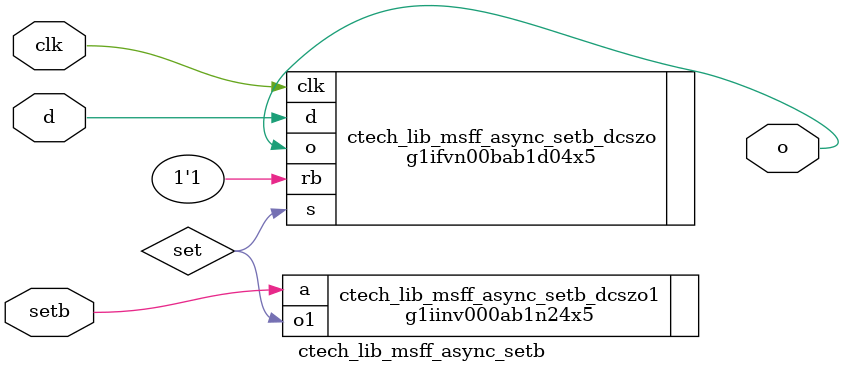
<source format=sv>

module ctech_lib_msff_async_setb(
   output logic o,
   input logic d,
   input logic clk,
   input logic setb );

   logic set;

   g1iinv000ab1n24x5 ctech_lib_msff_async_setb_dcszo1 (.a(setb), .o1(set));    
   g1ifvn00bab1d04x5 ctech_lib_msff_async_setb_dcszo (.clk(clk), .d(d), .o(o), .rb(1'b1), .s(set));

endmodule // ctech_lib_msff_async_setb

</source>
